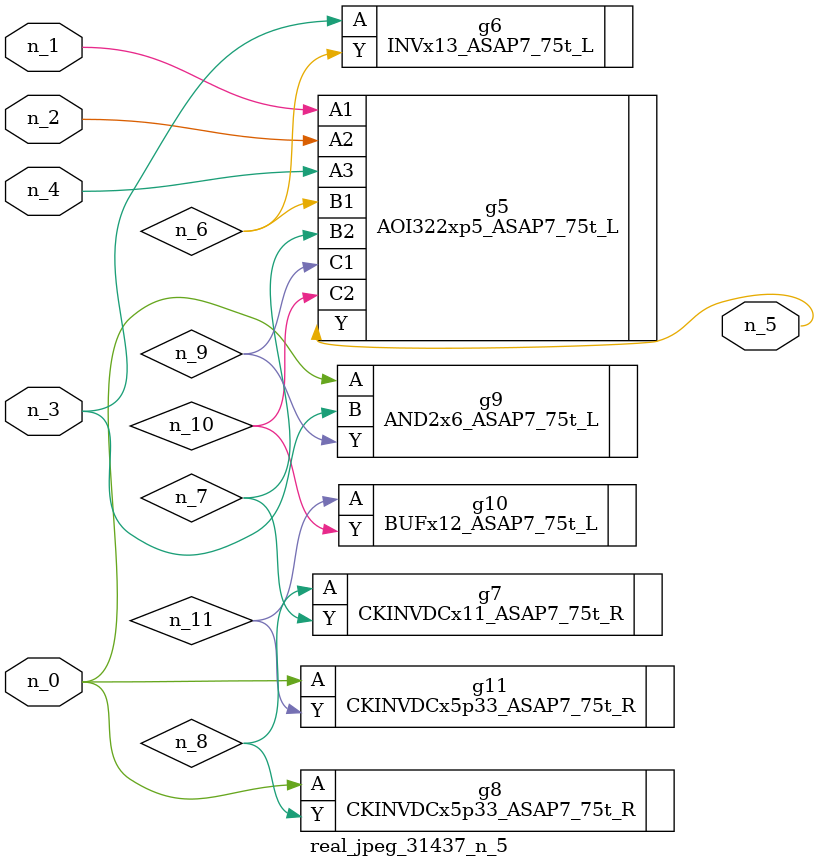
<source format=v>
module real_jpeg_31437_n_5 (n_4, n_0, n_1, n_2, n_3, n_5);

input n_4;
input n_0;
input n_1;
input n_2;
input n_3;

output n_5;

wire n_8;
wire n_11;
wire n_6;
wire n_7;
wire n_10;
wire n_9;

CKINVDCx5p33_ASAP7_75t_R g8 ( 
.A(n_0),
.Y(n_8)
);

AND2x6_ASAP7_75t_L g9 ( 
.A(n_0),
.B(n_3),
.Y(n_9)
);

CKINVDCx5p33_ASAP7_75t_R g11 ( 
.A(n_0),
.Y(n_11)
);

AOI322xp5_ASAP7_75t_L g5 ( 
.A1(n_1),
.A2(n_2),
.A3(n_4),
.B1(n_6),
.B2(n_7),
.C1(n_9),
.C2(n_10),
.Y(n_5)
);

INVx13_ASAP7_75t_L g6 ( 
.A(n_3),
.Y(n_6)
);

CKINVDCx11_ASAP7_75t_R g7 ( 
.A(n_8),
.Y(n_7)
);

BUFx12_ASAP7_75t_L g10 ( 
.A(n_11),
.Y(n_10)
);


endmodule
</source>
